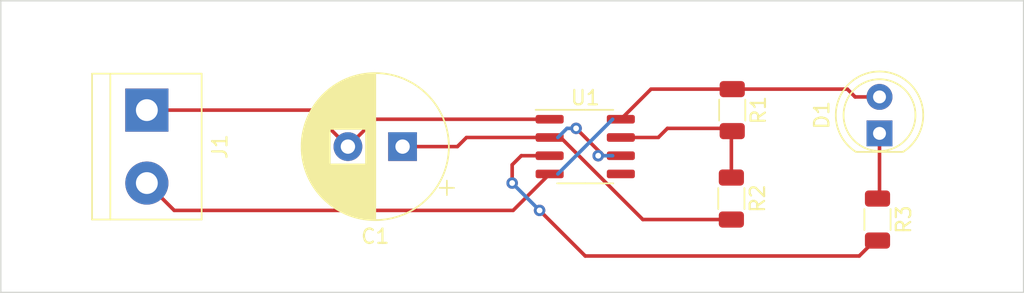
<source format=kicad_pcb>
(kicad_pcb (version 20211014) (generator pcbnew)
  (layers (0 "F.Cu" signal) (31 "B.Cu" signal) (34 "B.Paste" user) (35 "F.Paste" user) (36 "B.SilkS" user "B.Silkscreen") (37 "F.SilkS" user "F.Silkscreen") (38 "B.Mask" user) (39 "F.Mask" user) (44 "Edge.Cuts" user))
  (net 0 "")
  (net 1 "Net-(C1-Pad1)")
  (net 2 "GND")
  (net 3 "Net-(D1-Pad1)")
  (net 4 "+12C")
  (net 5 "Net-(R1-Pad2)")
  (net 6 "555out")
  (footprint "Resistor_SMD:R_1206_3216Metric" (layer "F.Cu") (at 175.26 68.58 -90)
    (fp_text reference "R3" (at 0 -1.82 90) (layer "F.SilkS"))
    (fp_text value "220")
    (fp_line (start -0.727064 -0.91) (end 0.727064 -0.91) (layer "F.SilkS") (width 0.12))
    (fp_line (start -0.727064 0.91) (end 0.727064 0.91) (layer "F.SilkS") (width 0.12))
    (pad "1" smd roundrect (at -1.4625 0 270) (size 1.125 1.75) (layers "F.Cu" "F.Paste" "F.Mask") (roundrect_rratio 0.222222) (net 3 "Net-(D1-Pad1)"))
    (pad "2" smd roundrect (at 1.4625 0 270) (size 1.125 1.75) (layers "F.Cu" "F.Paste" "F.Mask") (roundrect_rratio 0.222222) (net 6 "555out"))
  )
  (footprint "Resistor_SMD:R_1206_3216Metric" (layer "F.Cu") (at 165.1 67.1175 -90)
    (fp_text reference "R2" (at 0 -1.82 90) (layer "F.SilkS"))
    (fp_text value "18k")
    (fp_line (start -0.727064 0.91) (end 0.727064 0.91) (layer "F.SilkS") (width 0.12))
    (fp_line (start -0.727064 -0.91) (end 0.727064 -0.91) (layer "F.SilkS") (width 0.12))
    (pad "1" smd roundrect (at -1.4625 0 270) (size 1.125 1.75) (layers "F.Cu" "F.Paste" "F.Mask") (roundrect_rratio 0.222222) (net 5 "Net-(R1-Pad2)"))
    (pad "2" smd roundrect (at 1.4625 0 270) (size 1.125 1.75) (layers "F.Cu" "F.Paste" "F.Mask") (roundrect_rratio 0.222222) (net 1 "Net-(C1-Pad1)"))
  )
  (footprint "TerminalBlock:TerminalBlock_bornier-2_P5.08mm" (layer "F.Cu") (at 124.46 60.96 -90)
    (fp_text reference "J1" (at 2.54 -5.08 90) (layer "F.SilkS"))
    (fp_text value "Conn_01x02")
    (fp_line (start -2.54 -3.81) (end -2.54 3.81) (layer "F.SilkS") (width 0.12))
    (fp_line (start -2.54 3.81) (end 7.62 3.81) (layer "F.SilkS") (width 0.12))
    (fp_line (start 7.62 -3.81) (end -2.54 -3.81) (layer "F.SilkS") (width 0.12))
    (fp_line (start 7.62 3.81) (end 7.62 -3.81) (layer "F.SilkS") (width 0.12))
    (fp_line (start 7.62 2.54) (end -2.54 2.54) (layer "F.SilkS") (width 0.12))
    (pad "1" thru_hole rect (at 0 0 270) (size 3 3) (drill 1.52) (layers *.Cu *.Mask) (net 2 "GND"))
    (pad "2" thru_hole circle (at 5.08 0 270) (size 3 3) (drill 1.52) (layers *.Cu *.Mask) (net 4 "+12C"))
  )
  (footprint "LED_THT:LED_D5.0mm_FlatTop" (layer "F.Cu") (at 175.4 62.58 90)
    (fp_text reference "D1" (at 1.27 -4.01 90) (layer "F.SilkS"))
    (fp_text value "LED")
    (fp_line (start -1.29 -1.64) (end -1.29 1.64) (layer "F.SilkS") (width 0.12))
    (fp_arc (start 4.309999 -0.001958) (mid 2.125106 2.917258) (end -1.29 1.639512) (layer "F.SilkS") (width 0.12))
    (fp_arc (start -1.29 -1.639512) (mid 2.125106 -2.917258) (end 4.309999 0.001958) (layer "F.SilkS") (width 0.12))
    (fp_circle (center 1.27 0) (end 3.77 0) (layer "F.SilkS") (width 0.12) (fill none))
    (pad "1" thru_hole rect (at 0 0 90) (size 1.8 1.8) (drill 0.9) (layers *.Cu *.Mask) (net 3 "Net-(D1-Pad1)"))
    (pad "2" thru_hole circle (at 2.54 0 90) (size 1.8 1.8) (drill 0.9) (layers *.Cu *.Mask) (net 4 "+12C"))
  )
  (footprint "Capacitor_THT:CP_Radial_D10.0mm_P3.80mm" (layer "F.Cu") (at 142.24 63.5 180)
    (fp_text reference "C1" (at 1.9 -6.25) (layer "F.SilkS"))
    (fp_text value "10pF")
    (fp_line (start 4.621 -4.298) (end 4.621 -1.241) (layer "F.SilkS") (width 0.12))
    (fp_line (start 4.141 1.241) (end 4.141 4.564) (layer "F.SilkS") (width 0.12))
    (fp_line (start 4.221 1.241) (end 4.221 4.525) (layer "F.SilkS") (width 0.12))
    (fp_line (start 3.541 1.241) (end 3.541 4.811) (layer "F.SilkS") (width 0.12))
    (fp_line (start 6.741 -1.63) (end 6.741 1.63) (layer "F.SilkS") (width 0.12))
    (fp_line (start 4.861 1.241) (end 4.861 4.138) (layer "F.SilkS") (width 0.12))
    (fp_line (start -3.579646 -2.875) (end -2.579646 -2.875) (layer "F.SilkS") (width 0.12))
    (fp_line (start 3.701 1.241) (end 3.701 4.754) (layer "F.SilkS") (width 0.12))
    (fp_line (start 6.501 -2.209) (end 6.501 2.209) (layer "F.SilkS") (width 0.12))
    (fp_line (start 2.1 -5.077) (end 2.1 5.077) (layer "F.SilkS") (width 0.12))
    (fp_line (start 5.781 -3.301) (end 5.781 3.301) (layer "F.SilkS") (width 0.12))
    (fp_line (start 4.741 1.241) (end 4.741 4.221) (layer "F.SilkS") (width 0.12))
    (fp_line (start 3.061 -4.947) (end 3.061 -1.241) (layer "F.SilkS") (width 0.12))
    (fp_line (start 4.661 -4.273) (end 4.661 -1.241) (layer "F.SilkS") (width 0.12))
    (fp_line (start 3.501 1.241) (end 3.501 4.824) (layer "F.SilkS") (width 0.12))
    (fp_line (start 4.501 -4.371) (end 4.501 -1.241) (layer "F.SilkS") (width 0.12))
    (fp_line (start 3.821 1.241) (end 3.821 4.707) (layer "F.SilkS") (width 0.12))
    (fp_line (start 5.621 -3.478) (end 5.621 3.478) (layer "F.SilkS") (width 0.12))
    (fp_line (start 5.221 -3.858) (end 5.221 3.858) (layer "F.SilkS") (width 0.12))
    (fp_line (start 2.701 -5.018) (end 2.701 -1.241) (layer "F.SilkS") (width 0.12))
    (fp_line (start 6.541 -2.125) (end 6.541 2.125) (layer "F.SilkS") (width 0.12))
    (fp_line (start 1.98 -5.08) (end 1.98 5.08) (layer "F.SilkS") (width 0.12))
    (fp_line (start 4.461 1.241) (end 4.461 4.395) (layer "F.SilkS") (width 0.12))
    (fp_line (start 4.301 1.241) (end 4.301 4.483) (layer "F.SilkS") (width 0.12))
    (fp_line (start 3.341 -4.874) (end 3.341 -1.241) (layer "F.SilkS") (width 0.12))
    (fp_line (start 4.461 -4.395) (end 4.461 -1.241) (layer "F.SilkS") (width 0.12))
    (fp_line (start 3.621 1.241) (end 3.621 4.783) (layer "F.SilkS") (width 0.12))
    (fp_line (start 3.901 -4.674) (end 3.901 -1.241) (layer "F.SilkS") (width 0.12))
    (fp_line (start 5.141 -3.925) (end 5.141 3.925) (layer "F.SilkS") (width 0.12))
    (fp_line (start 6.221 -2.709) (end 6.221 2.709) (layer "F.SilkS") (width 0.12))
    (fp_line (start 2.621 1.241) (end 2.621 5.03) (layer "F.SilkS") (width 0.12))
    (fp_line (start 4.621 1.241) (end 4.621 4.298) (layer "F.SilkS") (width 0.12))
    (fp_line (start 2.661 -5.024) (end 2.661 -1.241) (layer "F.SilkS") (width 0.12))
    (fp_line (start 3.661 -4.768) (end 3.661 -1.241) (layer "F.SilkS") (width 0.12))
    (fp_line (start 6.341 -2.51) (end 6.341 2.51) (layer "F.SilkS") (width 0.12))
    (fp_line (start 5.701 -3.392) (end 5.701 3.392) (layer "F.SilkS") (width 0.12))
    (fp_line (start 5.021 -4.02) (end 5.021 -1.241) (layer "F.SilkS") (width 0.12))
    (fp_line (start 6.421 -2.365) (end 6.421 2.365) (layer "F.SilkS") (width 0.12))
    (fp_line (start 3.941 -4.657) (end 3.941 -1.241) (layer "F.SilkS") (width 0.12))
    (fp_line (start 5.261 -3.824) (end 5.261 3.824) (layer "F.SilkS") (width 0.12))
    (fp_line (start 6.021 -3) (end 6.021 3) (layer "F.SilkS") (width 0.12))
    (fp_line (start 2.42 -5.054) (end 2.42 5.054) (layer "F.SilkS") (width 0.12))
    (fp_line (start 4.701 -4.247) (end 4.701 -1.241) (layer "F.SilkS") (width 0.12))
    (fp_line (start 2.18 -5.073) (end 2.18 5.073) (layer "F.SilkS") (width 0.12))
    (fp_line (start 4.701 1.241) (end 4.701 4.247) (layer "F.SilkS") (width 0.12))
    (fp_line (start 2.34 -5.062) (end 2.34 5.062) (layer "F.SilkS") (width 0.12))
    (fp_line (start 2.741 1.241) (end 2.741 5.011) (layer "F.SilkS") (width 0.12))
    (fp_line (start 4.861 -4.138) (end 4.861 -1.241) (layer "F.SilkS") (width 0.12))
    (fp_line (start 4.821 -4.166) (end 4.821 -1.241) (layer "F.SilkS") (width 0.12))
    (fp_line (start 2.5 -5.045) (end 2.5 5.045) (layer "F.SilkS") (width 0.12))
    (fp_line (start 4.741 -4.221) (end 4.741 -1.241) (layer "F.SilkS") (width 0.12))
    (fp_line (start 5.421 -3.679) (end 5.421 3.679) (layer "F.SilkS") (width 0.12))
    (fp_line (start 3.981 -4.639) (end 3.981 -1.241) (layer "F.SilkS") (width 0.12))
    (fp_line (start 4.661 1.241) (end 4.661 4.273) (layer "F.SilkS") (width 0.12))
    (fp_line (start 4.581 -4.323) (end 4.581 -1.241) (layer "F.SilkS") (width 0.12))
    (fp_line (start 5.901 -3.156) (end 5.901 3.156) (layer "F.SilkS") (width 0.12))
    (fp_line (start 2.821 1.241) (end 2.821 4.997) (layer "F.SilkS") (width 0.12))
    (fp_line (start 2.781 1.241) (end 2.781 5.004) (layer "F.SilkS") (width 0.12))
    (fp_line (start 3.221 -4.907) (end 3.221 -1.241) (layer "F.SilkS") (width 0.12))
    (fp_line (start 4.781 1.241) (end 4.781 4.194) (layer "F.SilkS") (width 0.12))
    (fp_line (start 3.621 -4.783) (end 3.621 -1.241) (layer "F.SilkS") (width 0.12))
    (fp_line (start 3.741 1.241) (end 3.741 4.738) (layer "F.SilkS") (width 0.12))
    (fp_line (start 2.58 1.241) (end 2.58 5.035) (layer "F.SilkS") (width 0.12))
    (fp_line (start 3.141 1.241) (end 3.141 4.928) (layer "F.SilkS") (width 0.12))
    (fp_line (start 4.021 -4.621) (end 4.021 -1.241) (layer "F.SilkS") (width 0.12))
    (fp_line (start 4.261 -4.504) (end 4.261 -1.241) (layer "F.SilkS") (width 0.12))
    (fp_line (start 5.181 -3.892) (end 5.181 3.892) (layer "F.SilkS") (width 0.12))
    (fp_line (start 3.901 1.241) (end 3.901 4.674) (layer "F.SilkS") (width 0.12))
    (fp_line (start 1.9 -5.08) (end 1.9 5.08) (layer "F.SilkS") (width 0.12))
    (fp_line (start 3.301 1.241) (end 3.301 4.885) (layer "F.SilkS") (width 0.12))
    (fp_line (start 5.341 -3.753) (end 5.341 3.753) (layer "F.SilkS") (width 0.12))
    (fp_line (start 2.981 1.241) (end 2.981 4.965) (layer "F.SilkS") (width 0.12))
    (fp_line (start 6.261 -2.645) (end 6.261 2.645) (layer "F.SilkS") (width 0.12))
    (fp_line (start 4.341 -4.462) (end 4.341 -1.241) (layer "F.SilkS") (width 0.12))
    (fp_line (start 3.381 -4.862) (end 3.381 -1.241) (layer "F.SilkS") (width 0.12))
    (fp_line (start 6.901 -1.062) (end 6.901 1.062) (layer "F.SilkS") (width 0.12))
    (fp_line (start 2.821 -4.997) (end 2.821 -1.241) (layer "F.SilkS") (width 0.12))
    (fp_line (start 4.541 1.241) (end 4.541 4.347) (layer "F.SilkS") (width 0.12))
    (fp_line (start 6.461 -2.289) (end 6.461 2.289) (layer "F.SilkS") (width 0.12))
    (fp_line (start 3.421 -4.85) (end 3.421 -1.241) (layer "F.SilkS") (width 0.12))
    (fp_line (start 4.941 -4.08) (end 4.941 -1.241) (layer "F.SilkS") (width 0.12))
    (fp_line (start 3.781 1.241) (end 3.781 4.723) (layer "F.SilkS") (width 0.12))
    (fp_line (start 2.661 1.241) (end 2.661 5.024) (layer "F.SilkS") (width 0.12))
    (fp_line (start 2.901 -4.982) (end 2.901 -1.241) (layer "F.SilkS") (width 0.12))
    (fp_line (start 4.381 -4.44) (end 4.381 -1.241) (layer "F.SilkS") (width 0.12))
    (fp_line (start 3.861 -4.69) (end 3.861 -1.241) (layer "F.SilkS") (width 0.12))
    (fp_line (start 4.101 1.241) (end 4.101 4.584) (layer "F.SilkS") (width 0.12))
    (fp_line (start 2.26 -5.068) (end 2.26 5.068) (layer "F.SilkS") (width 0.12))
    (fp_line (start 3.181 1.241) (end 3.181 4.918) (layer "F.SilkS") (width 0.12))
    (fp_line (start 3.101 -4.938) (end 3.101 -1.241) (layer "F.SilkS") (width 0.12))
    (fp_line (start 6.181 -2.77) (end 6.181 2.77) (layer "F.SilkS") (width 0.12))
    (fp_line (start 2.46 -5.05) (end 2.46 5.05) (layer "F.SilkS") (width 0.12))
    (fp_line (start 2.741 -5.011) (end 2.741 -1.241) (layer "F.SilkS") (width 0.12))
    (fp_line (start 3.661 1.241) (end 3.661 4.768) (layer "F.SilkS") (width 0.12))
    (fp_line (start 2.701 1.241) (end 2.701 5.018) (layer "F.SilkS") (width 0.12))
    (fp_line (start 4.061 -4.603) (end 4.061 -1.241) (layer "F.SilkS") (width 0.12))
    (fp_line (start 2.54 -5.04) (end 2.54 5.04) (layer "F.SilkS") (width 0.12))
    (fp_line (start 4.061 1.241) (end 4.061 4.603) (layer "F.SilkS") (width 0.12))
    (fp_line (start 4.581 1.241) (end 4.581 4.323) (layer "F.SilkS") (width 0.12))
    (fp_line (start 5.861 -3.206) (end 5.861 3.206) (layer "F.SilkS") (width 0.12))
    (fp_line (start 3.261 1.241) (end 3.261 4.897) (layer "F.SilkS") (width 0.12))
    (fp_line (start 4.021 1.241) (end 4.021 4.621) (layer "F.SilkS") (width 0.12))
    (fp_line (start 6.101 -2.889) (end 6.101 2.889) (layer "F.SilkS") (width 0.12))
    (fp_line (start 2.3 -5.065) (end 2.3 5.065) (layer "F.SilkS") (width 0.12))
    (fp_line (start 4.941 1.241) (end 4.941 4.08) (layer "F.SilkS") (width 0.12))
    (fp_line (start 2.941 1.241) (end 2.941 4.974) (layer "F.SilkS") (width 0.12))
    (fp_line (start 2.861 1.241) (end 2.861 4.99) (layer "F.SilkS") (width 0.12))
    (fp_line (start 5.461 -3.64) (end 5.461 3.64) (layer "F.SilkS") (width 0.12))
    (fp_line (start 6.581 -2.037) (end 6.581 2.037) (layer "F.SilkS") (width 0.12))
    (fp_line (start 3.261 -4.897) (end 3.261 -1.241) (layer "F.SilkS") (width 0.12))
    (fp_line (start 3.501 -4.824) (end 3.501 -1.241) (layer "F.SilkS") (width 0.12))
    (fp_line (start 2.901 1.241) (end 2.901 4.982) (layer "F.SilkS") (width 0.12))
    (fp_line (start 3.741 -4.738) (end 3.741 -1.241) (layer "F.SilkS") (width 0.12))
    (fp_line (start 2.38 -5.058) (end 2.38 5.058) (layer "F.SilkS") (width 0.12))
    (fp_line (start 4.981 -4.05) (end 4.981 -1.241) (layer "F.SilkS") (width 0.12))
    (fp_line (start 6.621 -1.944) (end 6.621 1.944) (layer "F.SilkS") (width 0.12))
    (fp_line (start 2.06 -5.078) (end 2.06 5.078) (layer "F.SilkS") (width 0.12))
    (fp_line (start 4.261 1.241) (end 4.261 4.504) (layer "F.SilkS") (width 0.12))
    (fp_line (start 2.02 -5.079) (end 2.02 5.079) (layer "F.SilkS") (width 0.12))
    (fp_line (start 3.301 -4.885) (end 3.301 -1.241) (layer "F.SilkS") (width 0.12))
    (fp_line (start 4.901 -4.11) (end 4.901 -1.241) (layer "F.SilkS") (width 0.12))
    (fp_line (start 4.981 1.241) (end 4.981 4.05) (layer "F.SilkS") (width 0.12))
    (fp_line (start 3.341 1.241) (end 3.341 4.874) (layer "F.SilkS") (width 0.12))
    (fp_line (start 2.981 -4.965) (end 2.981 -1.241) (layer "F.SilkS") (width 0.12))
    (fp_line (start 3.821 -4.707) (end 3.821 -1.241) (layer "F.SilkS") (width 0.12))
    (fp_line (start 6.981 -0.599) (end 6.981 0.599) (layer "F.SilkS") (width 0.12))
    (fp_line (start 6.301 -2.579) (end 6.301 2.579) (layer "F.SilkS") (width 0.12))
    (fp_line (start 2.58 -5.035) (end 2.58 -1.241) (layer "F.SilkS") (width 0.12))
    (fp_line (start 5.981 -3.054) (end 5.981 3.054) (layer "F.SilkS") (width 0.12))
    (fp_line (start 3.981 1.241) (end 3.981 4.639) (layer "F.SilkS") (width 0.12))
    (fp_line (start 2.781 -5.004) (end 2.781 -1.241) (layer "F.SilkS") (width 0.12))
    (fp_line (start 4.421 -4.417) (end 4.421 -1.241) (layer "F.SilkS") (width 0.12))
    (fp_line (start 2.861 -4.99) (end 2.861 -1.241) (layer "F.SilkS") (width 0.12))
    (fp_line (start 5.101 -3.957) (end 5.101 3.957) (layer "F.SilkS") (width 0.12))
    (fp_line (start 3.941 1.241) (end 3.941 4.657) (layer "F.SilkS") (width 0.12))
    (fp_line (start 5.581 -3.52) (end 5.581 3.52) (layer "F.SilkS") (width 0.12))
    (fp_line (start 4.221 -4.525) (end 4.221 -1.241) (layer "F.SilkS") (width 0.12))
    (fp_line (start 3.581 1.241) (end 3.581 4.797) (layer "F.SilkS") (width 0.12))
    (fp_line (start 5.821 -3.254) (end 5.821 3.254) (layer "F.SilkS") (width 0.12))
    (fp_line (start 5.021 1.241) (end 5.021 4.02) (layer "F.SilkS") (width 0.12))
    (fp_line (start 4.901 1.241) (end 4.901 4.11) (layer "F.SilkS") (width 0.12))
    (fp_line (start 6.141 -2.83) (end 6.141 2.83) (layer "F.SilkS") (width 0.12))
    (fp_line (start 3.421 1.241) (end 3.421 4.85) (layer "F.SilkS") (width 0.12))
    (fp_line (start 4.141 -4.564) (end 4.141 -1.241) (layer "F.SilkS") (width 0.12))
    (fp_line (start 6.661 -1.846) (end 6.661 1.846) (layer "F.SilkS") (width 0.12))
    (fp_line (start 6.861 -1.23) (end 6.861 1.23) (layer "F.SilkS") (width 0.12))
    (fp_line (start 4.381 1.241) (end 4.381 4.44) (layer "F.SilkS") (width 0.12))
    (fp_line (start 3.061 1.241) (end 3.061 4.947) (layer "F.SilkS") (width 0.12))
    (fp_line (start 2.621 -5.03) (end 2.621 -1.241) (layer "F.SilkS") (width 0.12))
    (fp_line (start 4.181 -4.545) (end 4.181 -1.241) (layer "F.SilkS") (width 0.12))
    (fp_line (start 1.94 -5.08) (end 1.94 5.08) (layer "F.SilkS") (width 0.12))
    (fp_line (start 5.661 -3.436) (end 5.661 3.436) (layer "F.SilkS") (width 0.12))
    (fp_line (start 5.381 -3.716) (end 5.381 3.716) (layer "F.SilkS") (width 0.12))
    (fp_line (start 6.061 -2.945) (end 6.061 2.945) (layer "F.SilkS") (width 0.12))
    (fp_line (start 4.301 -4.483) (end 4.301 -1.241) (layer "F.SilkS") (width 0.12))
    (fp_line (start 2.22 -5.07) (end 2.22 5.07) (layer "F.SilkS") (width 0.12))
    (fp_line (start 5.301 -3.789) (end 5.301 3.789) (layer "F.SilkS") (width 0.12))
    (fp_line (start 4.501 1.241) (end 4.501 4.371) (layer "F.SilkS") (width 0.12))
    (fp_line (start 6.781 -1.51) (end 6.781 1.51) (layer "F.SilkS") (width 0.12))
    (fp_line (start 2.14 -5.075) (end 2.14 5.075) (layer "F.SilkS") (width 0.12))
    (fp_line (start 4.421 1.241) (end 4.421 4.417) (layer "F.SilkS") (width 0.12))
    (fp_line (start 3.101 1.241) (end 3.101 4.938) (layer "F.SilkS") (width 0.12))
    (fp_line (start 6.941 -0.862) (end 6.941 0.862) (layer "F.SilkS") (width 0.12))
    (fp_line (start 3.461 -4.837) (end 3.461 -1.241) (layer "F.SilkS") (width 0.12))
    (fp_line (start 3.861 1.241) (end 3.861 4.69) (layer "F.SilkS") (width 0.12))
    (fp_line (start 6.381 -2.439) (end 6.381 2.439) (layer "F.SilkS") (width 0.12))
    (fp_line (start 4.341 1.241) (end 4.341 4.462) (layer "F.SilkS") (width 0.12))
    (fp_line (start 3.021 -4.956) (end 3.021 -1.241) (layer "F.SilkS") (width 0.12))
    (fp_line (start 5.061 -3.989) (end 5.061 3.989) (layer "F.SilkS") (width 0.12))
    (fp_line (start 3.781 -4.723) (end 3.781 -1.241) (layer "F.SilkS") (width 0.12))
    (fp_line (start 5.541 -3.561) (end 5.541 3.561) (layer "F.SilkS") (width 0.12))
    (fp_line (start -3.079646 -3.375) (end -3.079646 -2.375) (layer "F.SilkS") (width 0.12))
    (fp_line (start 2.941 -4.974) (end 2.941 -1.241) (layer "F.SilkS") (width 0.12))
    (fp_line (start 4.541 -4.347) (end 4.541 -1.241) (layer "F.SilkS") (width 0.12))
    (fp_line (start 5.741 -3.347) (end 5.741 3.347) (layer "F.SilkS") (width 0.12))
    (fp_line (start 6.821 -1.378) (end 6.821 1.378) (layer "F.SilkS") (width 0.12))
    (fp_line (start 3.181 -4.918) (end 3.181 -1.241) (layer "F.SilkS") (width 0.12))
    (fp_line (start 5.941 -3.106) (end 5.941 3.106) (layer "F.SilkS") (width 0.12))
    (fp_line (start 3.701 -4.754) (end 3.701 -1.241) (layer "F.SilkS") (width 0.12))
    (fp_line (start 4.181 1.241) (end 4.181 4.545) (layer "F.SilkS") (width 0.12))
    (fp_line (start 3.141 -4.928) (end 3.141 -1.241) (layer "F.SilkS") (width 0.12))
    (fp_line (start 3.581 -4.797) (end 3.581 -1.241) (layer "F.SilkS") (width 0.12))
    (fp_line (start 3.221 1.241) (end 3.221 4.907) (layer "F.SilkS") (width 0.12))
    (fp_line (start 3.461 1.241) (end 3.461 4.837) (layer "F.SilkS") (width 0.12))
    (fp_line (start 4.821 1.241) (end 4.821 4.166) (layer "F.SilkS") (width 0.12))
    (fp_line (start 4.781 -4.194) (end 4.781 -1.241) (layer "F.SilkS") (width 0.12))
    (fp_line (start 3.381 1.241) (end 3.381 4.862) (layer "F.SilkS") (width 0.12))
    (fp_line (start 5.501 -3.601) (end 5.501 3.601) (layer "F.SilkS") (width 0.12))
    (fp_line (start 3.021 1.241) (end 3.021 4.956) (layer "F.SilkS") (width 0.12))
    (fp_line (start 4.101 -4.584) (end 4.101 -1.241) (layer "F.SilkS") (width 0.12))
    (fp_line (start 3.541 -4.811) (end 3.541 -1.241) (layer "F.SilkS") (width 0.12))
    (fp_line (start 6.701 -1.742) (end 6.701 1.742) (layer "F.SilkS") (width 0.12))
    (fp_circle (center 1.9 0) (end 7.02 0) (layer "F.SilkS") (width 0.12) (fill none))
    (pad "1" thru_hole rect (at 0 0 180) (size 2 2) (drill 1) (layers *.Cu *.Mask) (net 1 "Net-(C1-Pad1)"))
    (pad "2" thru_hole circle (at 3.8 0 180) (size 2 2) (drill 1) (layers *.Cu *.Mask) (net 2 "GND"))
  )
  (footprint "Resistor_SMD:R_1206_3216Metric" (layer "F.Cu") (at 165.16 60.96 -90)
    (fp_text reference "R1" (at 0 -1.82 90) (layer "F.SilkS"))
    (fp_text value "6k8")
    (fp_line (start -0.727064 0.91) (end 0.727064 0.91) (layer "F.SilkS") (width 0.12))
    (fp_line (start -0.727064 -0.91) (end 0.727064 -0.91) (layer "F.SilkS") (width 0.12))
    (pad "1" smd roundrect (at -1.4625 0 270) (size 1.125 1.75) (layers "F.Cu" "F.Paste" "F.Mask") (roundrect_rratio 0.222222) (net 4 "+12C"))
    (pad "2" smd roundrect (at 1.4625 0 270) (size 1.125 1.75) (layers "F.Cu" "F.Paste" "F.Mask") (roundrect_rratio 0.222222) (net 5 "Net-(R1-Pad2)"))
  )
  (footprint "Package_SO:SOIC-8_3.9x4.9mm_P1.27mm" (layer "F.Cu") (at 154.94 63.5)
    (fp_text reference "U1" (at 0 -3.4) (layer "F.SilkS"))
    (fp_text value "NE555D")
    (fp_line (start 0 2.56) (end -1.95 2.56) (layer "F.SilkS") (width 0.12))
    (fp_line (start 0 -2.56) (end -3.45 -2.56) (layer "F.SilkS") (width 0.12))
    (fp_line (start 0 2.56) (end 1.95 2.56) (layer "F.SilkS") (width 0.12))
    (fp_line (start 0 -2.56) (end 1.95 -2.56) (layer "F.SilkS") (width 0.12))
    (pad "1" smd roundrect (at -2.475 -1.905) (size 1.95 0.6) (layers "F.Cu" "F.Paste" "F.Mask") (net 2 "GND"))
    (pad "2" smd roundrect (at -2.475 -0.635) (size 1.95 0.6) (layers "F.Cu" "F.Paste" "F.Mask") (net 1 "Net-(C1-Pad1)"))
    (pad "3" smd roundrect (at -2.475 0.635) (size 1.95 0.6) (layers "F.Cu" "F.Paste" "F.Mask") (net 6 "555out"))
    (pad "4" smd roundrect (at -2.475 1.905) (size 1.95 0.6) (layers "F.Cu" "F.Paste" "F.Mask") (net 4 "+12C"))
    (pad "5" smd roundrect (at 2.475 1.905) (size 1.95 0.6) (layers "F.Cu" "F.Paste" "F.Mask"))
    (pad "6" smd roundrect (at 2.475 0.635) (size 1.95 0.6) (layers "F.Cu" "F.Paste" "F.Mask") (net 1 "Net-(C1-Pad1)"))
    (pad "7" smd roundrect (at 2.475 -0.635) (size 1.95 0.6) (layers "F.Cu" "F.Paste" "F.Mask") (net 5 "Net-(R1-Pad2)"))
    (pad "8" smd roundrect (at 2.475 -1.905) (size 1.95 0.6) (layers "F.Cu" "F.Paste" "F.Mask") (net 4 "+12C"))
  )
  (gr_rect (start 114.3 53.34) (end 185.42 73.66) (layer "Edge.Cuts") (width 0.1) (fill none))
  (segment (start 156.115 64.04) (end 156.115 64.135) (width 0.25) (layer "F.Cu") (net 0))
  (segment (start 156.115 64.135) (end 155.8405 64.135) (width 0.25) (layer "F.Cu") (net 0))
  (segment (start 154.305 62.23) (end 156.115 64.04) (width 0.25) (layer "F.Cu") (net 0))
  (via (at 154.305 62.23) (size 0.8) (drill 0.4) (layers "F.Cu" "B.Cu") (net 0))
  (via (at 155.8405 64.135) (size 0.8) (drill 0.4) (layers "F.Cu" "B.Cu") (net 0))
  (segment (start 153.035 65.405) (end 156.845 61.595) (width 0.25) (layer "B.Cu") (net 0))
  (segment (start 153.035 62.865) (end 153.67 62.23) (width 0.25) (layer "B.Cu") (net 0))
  (segment (start 156.845 64.135) (end 156.21 64.135) (width 0.25) (layer "B.Cu") (net 0))
  (segment (start 153.67 62.23) (end 154.305 62.23) (width 0.25) (layer "B.Cu") (net 0))
  (segment (start 165.1 68.58) (end 158.943249 68.58) (width 0.25) (layer "F.Cu") (net 1))
  (segment (start 142.24 63.5) (end 146.05 63.5) (width 0.25) (layer "F.Cu") (net 1))
  (segment (start 153.228249 62.865) (end 152.465 62.865) (width 0.25) (layer "F.Cu") (net 1))
  (segment (start 158.943249 68.58) (end 153.228249 62.865) (width 0.25) (layer "F.Cu") (net 1))
  (segment (start 146.685 62.865) (end 152.465 62.865) (width 0.25) (layer "F.Cu") (net 1))
  (segment (start 146.05 63.5) (end 146.685 62.865) (width 0.25) (layer "F.Cu") (net 1))
  (segment (start 124.46 60.96) (end 135.9 60.96) (width 0.25) (layer "F.Cu") (net 2))
  (segment (start 135.9 60.96) (end 138.44 63.5) (width 0.25) (layer "F.Cu") (net 2))
  (segment (start 138.44 63.5) (end 140.345 61.595) (width 0.25) (layer "F.Cu") (net 2))
  (segment (start 140.345 61.595) (end 152.465 61.595) (width 0.25) (layer "F.Cu") (net 2))
  (segment (start 175.4 66.9775) (end 175.26 67.1175) (width 0.25) (layer "F.Cu") (net 3))
  (segment (start 175.4 62.58) (end 175.4 66.9775) (width 0.25) (layer "F.Cu") (net 3))
  (segment (start 159.5125 59.4975) (end 165.16 59.4975) (width 0.25) (layer "F.Cu") (net 4))
  (segment (start 126.365 67.945) (end 149.925 67.945) (width 0.25) (layer "F.Cu") (net 4))
  (segment (start 157.415 61.595) (end 159.5125 59.4975) (width 0.25) (layer "F.Cu") (net 4))
  (segment (start 149.925 67.945) (end 152.465 65.405) (width 0.25) (layer "F.Cu") (net 4))
  (segment (start 173.1625 59.4975) (end 173.705 60.04) (width 0.25) (layer "F.Cu") (net 4))
  (segment (start 173.705 60.04) (end 175.4 60.04) (width 0.25) (layer "F.Cu") (net 4))
  (segment (start 124.46 66.04) (end 126.365 67.945) (width 0.25) (layer "F.Cu") (net 4))
  (segment (start 165.16 59.4975) (end 173.1625 59.4975) (width 0.25) (layer "F.Cu") (net 4))
  (segment (start 165.1 65.655) (end 165.1 62.4825) (width 0.25) (layer "F.Cu") (net 5))
  (segment (start 164.9675 62.23) (end 165.16 62.4225) (width 0.25) (layer "F.Cu") (net 5))
  (segment (start 165.1 62.4825) (end 165.16 62.4225) (width 0.25) (layer "F.Cu") (net 5))
  (segment (start 160.02 62.865) (end 160.655 62.23) (width 0.25) (layer "F.Cu") (net 5))
  (segment (start 160.655 62.23) (end 164.9675 62.23) (width 0.25) (layer "F.Cu") (net 5))
  (segment (start 157.415 62.865) (end 160.02 62.865) (width 0.25) (layer "F.Cu") (net 5))
  (segment (start 175.0675 70.0425) (end 173.99 71.12) (width 0.25) (layer "F.Cu") (net 6))
  (segment (start 152.465 64.135) (end 150.495 64.135) (width 0.25) (layer "F.Cu") (net 6))
  (segment (start 175.26 70.0425) (end 175.0675 70.0425) (width 0.25) (layer "F.Cu") (net 6))
  (segment (start 173.99 71.12) (end 154.94 71.12) (width 0.25) (layer "F.Cu") (net 6))
  (segment (start 150.495 64.135) (end 149.86 64.77) (width 0.25) (layer "F.Cu") (net 6))
  (segment (start 149.86 64.77) (end 149.86 66.04) (width 0.25) (layer "F.Cu") (net 6))
  (segment (start 154.94 71.12) (end 151.765 67.945) (width 0.25) (layer "F.Cu") (net 6))
  (via (at 149.86 66.04) (size 0.8) (drill 0.4) (layers "F.Cu" "B.Cu") (net 6))
  (via (at 151.765 67.945) (size 0.8) (drill 0.4) (layers "F.Cu" "B.Cu") (net 6))
  (segment (start 151.765 67.945) (end 149.86 66.04) (width 0.25) (layer "B.Cu") (net 6))
)
</source>
